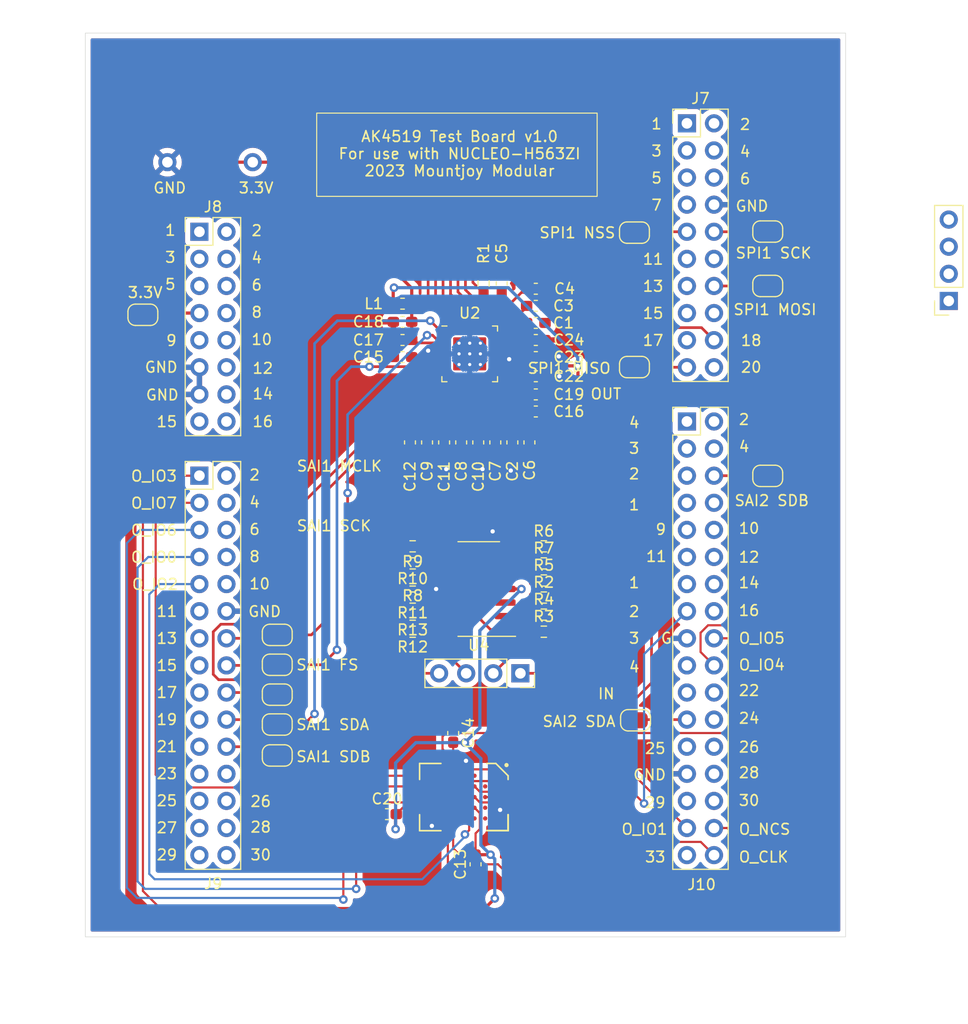
<source format=kicad_pcb>
(kicad_pcb (version 20221018) (generator pcbnew)
  (layers (0 "F.Cu" signal) (31 "B.Cu" signal) (34 "B.Paste" user) (35 "F.Paste" user) (36 "B.SilkS" user "B.Silkscreen") (37 "F.SilkS" user "F.Silkscreen") (38 "B.Mask" user) (39 "F.Mask" user) (44 "Edge.Cuts" user))
  (net 0 "")
  (net 1 "/OUT1")
  (net 2 "Net-(U2-AOUT1L)")
  (net 3 "Net-(U2-IN1N{slash}AIN2L{slash}GND3L)")
  (net 4 "GND")
  (net 5 "/OUT2")
  (net 6 "Net-(U2-AOUT1R)")
  (net 7 "/OUT3")
  (net 8 "Net-(U2-AOUT2L)")
  (net 9 "/OUT4")
  (net 10 "Net-(U2-AOUT2R)")
  (net 11 "Net-(U2-IN1P{slash}AIN1L{slash}AIN3L)")
  (net 12 "/IN1")
  (net 13 "Net-(U2-IN2P{slash}AIN1R{slash}AIN3R)")
  (net 14 "/IN2")
  (net 15 "Net-(U2-IN3P{slash}AIN4L{slash}AIN6L)")
  (net 16 "/IN3")
  (net 17 "Net-(U2-IN4P{slash}AIN4R{slash}AIN6R)")
  (net 18 "/IN4")
  (net 19 "Net-(U2-IN2N{slash}AIN2R{slash}GND3R)")
  (net 20 "Net-(U2-IN3N{slash}AIN5L{slash}GND6L)")
  (net 21 "Net-(U2-IN4N{slash}AIN5R{slash}GND6R)")
  (net 22 "Net-(U2-AVDRV)")
  (net 23 "Net-(U2-VCOM)")
  (net 24 "+3.3VA")
  (net 25 "/PDN")
  (net 26 "/SPI1_MOSI")
  (net 27 "/SPI1_NSS")
  (net 28 "/SPI1_SCK")
  (net 29 "/SPI1_MISO")
  (net 30 "/SAI2_SD_B")
  (net 31 "/SAI2_SD_A")
  (net 32 "/SAI1_SD_B")
  (net 33 "/SAI1_SD_A")
  (net 34 "/SAI1_SCK_A")
  (net 35 "/SAI1_FS_A")
  (net 36 "/SAI1_MCLK_A")
  (net 44 "Net-(J7-Pin_9)")
  (net 45 "Net-(J7-Pin_10)")
  (net 49 "Net-(J7-Pin_14)")
  (net 53 "Net-(J7-Pin_19)")
  (net 75 "Net-(J9-Pin_14)")
  (net 77 "Net-(J9-Pin_16)")
  (net 79 "Net-(J9-Pin_18)")
  (net 81 "Net-(J9-Pin_20)")
  (net 83 "Net-(J9-Pin_22)")
  (net 97 "Net-(J10-Pin_6)")
  (net 110 "Net-(J10-Pin_23)")
  (net 118 "/3VIN")
  (net 119 "+3.3V")
  (net 120 "/OCTOSPI_IO3")
  (net 121 "/OCTOSPI_IO7")
  (net 122 "/OCTOSPI_IO6")
  (net 123 "/OCTOSPI_IO0")
  (net 124 "/OCTOSPI_IO2")
  (net 125 "/OCTOSPI_DQS")
  (net 126 "/OCTOSPI_IO5")
  (net 127 "/OCTOSPI_IO4")
  (net 128 "/OCTOSPI_IO1")
  (net 129 "/OCTOSPI_NCS")
  (net 130 "/OCTOSPI_CLK")
  (net 137 "/Audio_In1")
  (net 139 "/Audio_In2")
  (net 140 "/Audio_In3")
  (net 141 "/Audio_In4")
  (net 142 "Net-(U4A--)")
  (net 143 "/-12V")
  (net 144 "Net-(U4B--)")
  (net 145 "Net-(U4C--)")
  (net 146 "Net-(U4D--)")
  (footprint "Jumper:SolderJumper-2_P1.3mm_Bridged_RoundedPad1.0x1.5mm" (layer "F.Cu") (at 180.5 45.8)
    (fp_text reference "JP2" hide)
    (fp_text value "Jumper_NC_Small")
  )
  (footprint "Resistor_SMD:R_0603_1608Metric_Pad0.98x0.95mm_HandSolder" (layer "F.Cu") (at 159.7 80 180)
    (fp_text reference "R11")
    (fp_text value "100k")
  )
  (footprint "Capacitor_SMD:C_0603_1608Metric_Pad1.08x0.95mm_HandSolder" (layer "F.Cu") (at 171.25 54.2625 180)
    (fp_text reference "C1")
    (fp_text value "1uF")
  )
  (footprint "Jumper:SolderJumper-2_P1.3mm_Bridged_RoundedPad1.0x1.5mm" (layer "F.Cu") (at 147 94.8)
    (fp_text reference "JP7" hide)
    (fp_text value "Jumper_NC_Small")
  )
  (footprint "Jumper:SolderJumper-2_P1.3mm_Bridged_RoundedPad1.0x1.5mm" (layer "F.Cu") (at 193 50.8)
    (fp_text reference "JP1" hide)
    (fp_text value "Jumper_NC_Small")
  )
  (footprint "Connector_PinHeader_2.54mm:PinHeader_2x10_P2.54mm_Vertical" (layer "F.Cu") (at 185.42 35.56)
    (fp_text reference "J7")
    (fp_text value "Conn_02x10_Odd_Even")
  )
  (footprint "Capacitor_SMD:C_0603_1608Metric_Pad1.08x0.95mm_HandSolder" (layer "F.Cu") (at 171.25 60.9625 180)
    (fp_text reference "C19")
    (fp_text value "10uF")
  )
  (footprint "Resistor_SMD:R_0603_1608Metric_Pad0.98x0.95mm_HandSolder" (layer "F.Cu") (at 166.35 50.5625 90)
    (fp_text reference "R1")
    (fp_text value "10k")
  )
  (footprint "Custom_Footprints:1mm_Test_Point" (layer "F.Cu") (at 136.7 39.2)
    (fp_text reference "TP1" hide)
    (fp_text value "TestPoint")
  )
  (footprint "Capacitor_SMD:C_0603_1608Metric_Pad1.08x0.95mm_HandSolder" (layer "F.Cu") (at 171.25 57.4625 180)
    (fp_text reference "C23")
    (fp_text value "10uF")
  )
  (footprint "Resistor_SMD:R_0603_1608Metric_Pad0.98x0.95mm_HandSolder" (layer "F.Cu") (at 172 81.6)
    (fp_text reference "R4")
    (fp_text value "14k")
  )
  (footprint "Capacitor_SMD:C_0603_1608Metric_Pad1.08x0.95mm_HandSolder" (layer "F.Cu") (at 158.75 55.8625)
    (fp_text reference "C17")
    (fp_text value "100nF")
  )
  (footprint "Capacitor_SMD:C_0603_1608Metric_Pad1.08x0.95mm_HandSolder" (layer "F.Cu") (at 164.25 65.4625 -90)
    (fp_text reference "C8")
    (fp_text value "1uF")
  )
  (footprint "Resistor_SMD:R_0603_1608Metric_Pad0.98x0.95mm_HandSolder" (layer "F.Cu") (at 172 76.8)
    (fp_text reference "R7")
    (fp_text value "14k")
  )
  (footprint "Capacitor_SMD:C_0603_1608Metric_Pad1.08x0.95mm_HandSolder" (layer "F.Cu") (at 165.6 105 90)
    (fp_text reference "C13")
    (fp_text value "100nF")
  )
  (footprint "Capacitor_SMD:C_0603_1608Metric_Pad1.08x0.95mm_HandSolder" (layer "F.Cu") (at 157.3 100.3)
    (fp_text reference "C20")
    (fp_text value "100nF")
  )
  (footprint "Resistor_SMD:R_0603_1608Metric_Pad0.98x0.95mm_HandSolder" (layer "F.Cu") (at 159.7 76.8 180)
    (fp_text reference "R10")
    (fp_text value "14k")
  )
  (footprint "Jumper:SolderJumper-2_P1.3mm_Bridged_RoundedPad1.0x1.5mm" (layer "F.Cu") (at 193 68.6)
    (fp_text reference "JP5" hide)
    (fp_text value "Jumper_NC_Small")
  )
  (footprint "Jumper:SolderJumper-2_P1.3mm_Bridged_RoundedPad1.0x1.5mm" (layer "F.Cu") (at 180.5 58.4)
    (fp_text reference "JP4" hide)
    (fp_text value "Jumper_NC_Small")
  )
  (footprint "Resistor_SMD:R_0603_1608Metric_Pad0.98x0.95mm_HandSolder" (layer "F.Cu") (at 159.7 83.2 180)
    (fp_text reference "R12")
    (fp_text value "68k")
  )
  (footprint "Capacitor_SMD:C_0603_1608Metric_Pad1.08x0.95mm_HandSolder" (layer "F.Cu") (at 171.25 55.8625 180)
    (fp_text reference "C24")
    (fp_text value "100nF")
  )
  (footprint "Capacitor_SMD:C_0603_1608Metric_Pad1.08x0.95mm_HandSolder" (layer "F.Cu") (at 161.05 65.4625 -90)
    (fp_text reference "C9")
    (fp_text value "1uF")
  )
  (footprint "Capacitor_SMD:C_0603_1608Metric_Pad1.08x0.95mm_HandSolder" (layer "F.Cu") (at 171.25 51.0625 180)
    (fp_text reference "C4")
    (fp_text value "1uF")
  )
  (footprint "Resistor_SMD:R_0603_1608Metric_Pad0.98x0.95mm_HandSolder" (layer "F.Cu") (at 159.7 78.4 180)
    (fp_text reference "R8")
    (fp_text value "100k")
  )
  (footprint "Capacitor_SMD:C_0603_1608Metric_Pad1.08x0.95mm_HandSolder" (layer "F.Cu") (at 171.25 52.6625 180)
    (fp_text reference "C3")
    (fp_text value "1uF")
  )
  (footprint "Capacitor_SMD:C_0603_1608Metric_Pad1.08x0.95mm_HandSolder" (layer "F.Cu") (at 162.65 65.4625 -90)
    (fp_text reference "C11")
    (fp_text value "1uF")
  )
  (footprint "Capacitor_SMD:C_0603_1608Metric_Pad1.08x0.95mm_HandSolder" (layer "F.Cu") (at 169.05 65.4625 -90)
    (fp_text reference "C2")
    (fp_text value "1uF")
  )
  (footprint "Resistor_SMD:R_0603_1608Metric_Pad0.98x0.95mm_HandSolder" (layer "F.Cu") (at 159.7 81.6 180)
    (fp_text reference "R13")
    (fp_text value "14k")
  )
  (footprint "Custom_Footprints:QFN-32-1EP_5x5mm_P0.5mm_EP3.1x3.1mm_ThermalVias" (layer "F.Cu") (at 165.05 57.1625)
    (fp_text reference "U2")
    (fp_text value "AK4619VN")
  )
  (footprint "Capacitor_SMD:C_0603_1608Metric_Pad1.08x0.95mm_HandSolder" (layer "F.Cu") (at 165.85 65.4625 -90)
    (fp_text reference "C10")
    (fp_text value "1uF")
  )
  (footprint "Custom_Footprints:BGA-24_5x5_6.0x8.0mm" (layer "F.Cu") (at 164.5 98.7 -90)
    (fp_text reference "U1")
    (fp_text value "Hyperram_BGA")
  )
  (footprint "Inductor_SMD:L_0603_1608Metric_Pad1.05x0.95mm_HandSolder" (layer "F.Cu") (at 158.75 52.4625 180)
    (fp_text reference "L1")
    (fp_text value "L_Small")
  )
  (footprint "Jumper:SolderJumper-2_P1.3mm_Bridged_RoundedPad1.0x1.5mm" (layer "F.Cu") (at 147 83.5)
    (fp_text reference "JP11" hide)
    (fp_text value "Jumper_NC_Small")
  )
  (footprint "Jumper:SolderJumper-2_P1.3mm_Bridged_RoundedPad1.0x1.5mm" (layer "F.Cu") (at 134.4 53.5)
    (fp_text reference "JP12" hide)
    (fp_text value "Jumper_NC_Small")
  )
  (footprint "Capacitor_SMD:C_0603_1608Metric_Pad1.08x0.95mm_HandSolder" (layer "F.Cu") (at 159.45 65.4625 -90)
    (fp_text reference "C12")
    (fp_text value "1uF")
  )
  (footprint "Connector_PinHeader_2.54mm:PinHeader_2x15_P2.54mm_Vertical" (layer "F.Cu") (at 139.7 68.58)
    (fp_text reference "J9")
    (fp_text value "Conn_02x15_Odd_Even")
  )
  (footprint "Jumper:SolderJumper-2_P1.3mm_Bridged_RoundedPad1.0x1.5mm" (layer "F.Cu") (at 147 91.9)
    (fp_text reference "JP8" hide)
    (fp_text value "Jumper_NC_Small")
  )
  (footprint "Custom_Footprints:1mm_Test_Point" (layer "F.Cu") (at 144.7 39.2)
    (fp_text reference "TP2" hide)
    (fp_text value "TestPoint")
  )
  (footprint "Jumper:SolderJumper-2_P1.3mm_Bridged_RoundedPad1.0x1.5mm" (layer "F.Cu") (at 147 89.1)
    (fp_text reference "JP9" hide)
    (fp_text value "Jumper_NC_Small")
  )
  (footprint "Jumper:SolderJumper-2_P1.3mm_Bridged_RoundedPad1.0x1.5mm" (layer "F.Cu") (at 147 86.3)
    (fp_text reference "JP10" hide)
    (fp_text value "Jumper_NC_Small")
  )
  (footprint "Resistor_SMD:R_0603_1608Metric_Pad0.98x0.95mm_HandSolder" (layer "F.Cu") (at 172 75.2)
    (fp_text reference "R6")
    (fp_text value "68k")
  )
  (footprint "Package_SO:SO-14_3.9x8.65mm_P1.27mm" (layer "F.Cu") (at 165.9 79.2 180)
    (fp_text reference "U4")
    (fp_text value "MCP6004")
  )
  (footprint "Resistor_SMD:R_0603_1608Metric_Pad0.98x0.95mm_HandSolder" (layer "F.Cu") (at 172 83.2)
    (fp_text reference "R3")
    (fp_text value "68k")
  )
  (footprint "Capacitor_SMD:C_0603_1608Metric_Pad1.08x0.95mm_HandSolder" (layer "F.Cu") (at 168.05 50.5625 -90)
    (fp_text reference "C5")
    (fp_text value "1uF")
  )
  (footprint "Connector_PinSocket_2.54mm:PinSocket_1x04_P2.54mm_Vertical" (layer "F.Cu") (at 169.8 87.1 -90)
    (fp_text reference "J2" hide)
    (fp_text value "In")
  )
  (footprint "Jumper:SolderJumper-2_P1.3mm_Bridged_RoundedPad1.0x1.5mm" (layer "F.Cu") (at 193 45.7)
    (fp_text reference "JP3" hide)
    (fp_text value "Jumper_NC_Small")
  )
  (footprint "Resistor_SMD:R_0603_1608Metric_Pad0.98x0.95mm_HandSolder" (layer "F.Cu") (at 172 78.4)
    (fp_text reference "R5")
    (fp_text value "100k")
  )
  (footprint "Resistor_SMD:R_0603_1608Metric_Pad0.98x0.95mm_HandSolder" (layer "F.Cu") (at 159.7 75.2 180)
    (fp_text reference "R9")
    (fp_text value "68k")
  )
  (footprint "Capacitor_SMD:C_0603_1608Metric_Pad1.08x0.95mm_HandSolder" (layer "F.Cu") (at 158.75 54.1625)
    (fp_text reference "C18")
    (fp_text value "10uF")
  )
  (footprint "Resistor_SMD:R_0603_1608Metric_Pad0.98x0.95mm_HandSolder" (layer "F.Cu") (at 172 80)
    (fp_text reference "R2")
    (fp_text value "100k")
  )
  (footprint "Capacitor_SMD:C_0603_1608Metric_Pad1.08x0.95mm_HandSolder" (layer "F.Cu") (at 163.5 92.7 -90)
    (fp_text reference "C14")
    (fp_text value "100nF")
  )
  (footprint "Capacitor_SMD:C_0603_1608Metric_Pad1.08x0.95mm_HandSolder" (layer "F.Cu") (at 158.75 57.4625 180)
    (fp_text reference "C15")
    (fp_text value "2.2uF")
  )
  (footprint "Capacitor_SMD:C_0603_1608Metric_Pad1.08x0.95mm_HandSolder" (layer "F.Cu") (at 171.25 59.2625 180)
    (fp_text reference "C22")
    (fp_text value "100nF")
  )
  (footprint "Connector_PinHeader_2.54mm:PinHeader_2x17_P2.54mm_Vertical" (layer "F.Cu") (at 185.42 63.5)
    (fp_text reference "J10")
    (fp_text value "Conn_02x17_Odd_Even")
  )
  (footprint "Jumper:SolderJumper-2_P1.3mm_Bridged_RoundedPad1.0x1.5mm" (layer "F.Cu") (at 180.6 91.5)
    (fp_text reference "JP6" hide)
    (fp_text value "Jumper_NC_Small")
  )
  (footprint "Connector_PinHeader_2.54mm:PinHeader_2x08_P2.54mm_Vertical" (layer "F.Cu") (at 139.7 45.72)
    (fp_text reference "J8")
    (fp_text value "Conn_02x08_Odd_Even")
  )
  (footprint "Capacitor_SMD:C_0603_1608Metric_Pad1.08x0.95mm_HandSolder" (layer "F.Cu") (at 167.45 65.4625 -90)
    (fp_text reference "C7")
    (fp_text value "1uF")
  )
  (footprint "Connector_PinSocket_2.54mm:PinSocket_1x04_P2.54mm_Vertical" (layer "F.Cu") (at 209.975 52.2 180)
    (fp_text reference "J1" hide)
    (fp_text value "Out")
  )
  (footprint "Capacitor_SMD:C_0603_1608Metric_Pad1.08x0.95mm_HandSolder" (layer "F.Cu") (at 171.25 62.5625)
    (fp_text reference "C16")
    (fp_text value "2.2uF")
  )
  (footprint "Capacitor_SMD:C_0603_1608Metric_Pad1.08x0.95mm_HandSolder" (layer "F.Cu") (at 170.65 65.4625 -90)
    (fp_text reference "C6")
    (fp_text value "1uF")
  )
  (gr_rect (start 150.7 34.6) (end 177 42.4) (stroke (width 0.1)) (fill none) (layer "F.SilkS"))
  (gr_rect (start 129 27.1) (end 200.3 111.8) (stroke (width 0.05)) (fill none) (layer "Edge.Cuts"))
  (gr_text "5" (at 182 41.271428) (layer "F.SilkS") (effects (font (size 1 1)) (justify left bottom)))
  (gr_text "23" (at 135.6 97.092854) (layer "F.SilkS") (effects (font (size 1 1)) (justify left bottom)))
  (gr_text "3" (at 182 38.735714) (layer "F.SilkS") (effects (font (size 1 1)) (justify left bottom)))
  (gr_text "4" (at 144.3 71.65) (layer "F.SilkS") (effects (font (size 1 1)) (justify left bottom)))
  (gr_text "2" (at 179.9 69) (layer "F.SilkS") (effects (font (size 1 1)) (justify left bottom)))
  (gr_text "3.3V" (at 143.3 42.2) (layer "F.SilkS") (effects (font (size 1 1)) (justify left bottom)))
  (gr_text "IN" (at 177 89.6) (layer "F.SilkS") (effects (font (size 1 1)) (justify left bottom)))
  (gr_text "SAI1 SDA" (at 148.7 92.5) (layer "F.SilkS") (effects (font (size 1 1)) (justify left bottom)))
  (gr_text "3.3V" (at 132.9 52) (layer "F.SilkS") (effects (font (size 1 1)) (justify left bottom)))
  (gr_text "11" (at 135.6 81.87857) (layer "F.SilkS") (effects (font (size 1 1)) (justify left bottom)))
  (gr_text "17" (at 181.2 56.485712) (layer "F.SilkS") (effects (font (size 1 1)) (justify left bottom)))
  (gr_text "25" (at 181.4 94.728568) (layer "F.SilkS") (effects (font (size 1 1)) (justify left bottom)))
  (gr_text "GND" (at 180.3 97.2) (layer "F.SilkS") (effects (font (size 1 1)) (justify left bottom)))
  (gr_text "22" (at 190.2 89.3) (layer "F.SilkS") (effects (font (size 1 1)) (justify left bottom)))
  (gr_text "3" (at 179.9 84.4) (layer "F.SilkS") (effects (font (size 1 1)) (justify left bottom)))
  (gr_text "O_IO4" (at 190.2 86.9) (layer "F.SilkS") (effects (font (size 1 1)) (justify left bottom)))
  (gr_text "15" (at 181.2 53.949998) (layer "F.SilkS") (effects (font (size 1 1)) (justify left bottom)))
  (gr_text "12" (at 144.6 59.1) (layer "F.SilkS") (effects (font (size 1 1)) (justify left bottom)))
  (gr_text "GND" (at 134.5 59) (layer "F.SilkS") (effects (font (size 1 1)) (justify left bottom)))
  (gr_text "24" (at 190.2 91.9) (layer "F.SilkS") (effects (font (size 1 1)) (justify left bottom)))
  (gr_text "G" (at 182.9 84.4) (layer "F.SilkS") (effects (font (size 1 1)) (justify left bottom)))
  (gr_text "4" (at 144.5 48.75) (layer "F.SilkS") (effects (font (size 1 1)) (justify left bottom)))
  (gr_text "19" (at 135.6 92.021426) (layer "F.SilkS") (effects (font (size 1 1)) (justify left bottom)))
  (gr_text "SPI1 NSS" (at 171.5 46.4) (layer "F.SilkS") (effects (font (size 1 1)) (justify left bottom)))
  (gr_text "1" (at 136.4 46.164286) (layer "F.SilkS") (effects (font (size 1 1)) (justify left bottom)))
  (gr_text "SPI1 SCK" (at 189.9 48.3) (layer "F.SilkS") (effects (font (size 1 1)) (justify left bottom)))
  (gr_text "O_IO0" (at 133.2 76.807142) (layer "F.SilkS") (effects (font (size 1 1)) (justify left bottom)))
  (gr_text "GND" (at 144.2 81.9) (layer "F.SilkS") (effects (font (size 1 1)) (justify left bottom)))
  (gr_text "11" (at 181.2 48.87857) (layer "F.SilkS") (effects (font (size 1 1)) (justify left bottom)))
  (gr_text "21" (at 135.6 94.55714) (layer "F.SilkS") (effects (font (size 1 1)) (justify left bottom)))
  (gr_text "25" (at 135.6 99.628568) (layer "F.SilkS") (effects (font (size 1 1)) (justify left bottom)))
  (gr_text "SAI1 MCLK" (at 148.75 68.2625) (layer "F.SilkS") (effects (font (size 1 1)) (justify left bottom)))
  (gr_text "SPI1 MOSI" (at 189.7 53.6) (layer "F.SilkS") (effects (font (size 1 1)) (justify left bottom)))
  (gr_text "SAI2 SDB" (at 189.8 71.5) (layer "F.SilkS") (effects (font (size 1 1)) (justify left bottom)))
  (gr_text "7" (at 182 43.807142) (layer "F.SilkS") (effects (font (size 1 1)) (justify left bottom)))
  (gr_text "9" (at 182.4 74.2) (layer "F.SilkS") (effects (font (size 1 1)) (justify left bottom)))
  (gr_text "4" (at 179.9 87.1) (layer "F.SilkS") (effects (font (size 1 1)) (justify left bottom)))
  (gr_text "30" (at 144.4 104.7) (layer "F.SilkS") (effects (font (size 1 1)) (justify left bottom)))
  (gr_text "6" (at 144.3 74.2) (layer "F.SilkS") (effects (font (size 1 1)) (justify left bottom)))
  (gr_text "33" (at 181.4 104.9) (layer "F.SilkS") (effects (font (size 1 1)) (justify left bottom)))
  (gr_text "3" (at 136.4 48.7) (layer "F.SilkS") (effects (font (size 1 1)) (justify left bottom)))
  (gr_text "O_IO7" (at 133.2 71.735714) (layer "F.SilkS") (effects (font (size 1 1)) (justify left bottom)))
  (gr_text "O_IO3" (at 133.2 69.2) (layer "F.SilkS") (effects (font (size 1 1)) (justify left bottom)))
  (gr_text "2" (at 179.9 81.9) (layer "F.SilkS") (effects (font (size 1 1)) (justify left bottom)))
  (gr_text "1" (at 182 36.2) (layer "F.SilkS") (effects (font (size 1 1)) (justify left bottom)))
  (gr_text "SPI1 MISO" (at 170.4 59.1) (layer "F.SilkS") (effects (font (size 1 1)) (justify left bottom)))
  (gr_text "26" (at 144.4 99.7) (layer "F.SilkS") (effects (font (size 1 1)) (justify left bottom)))
  (gr_text "10" (at 190.2 74.1) (layer "F.SilkS") (effects (font (size 1 1)) (justify left bottom)))
  (gr_text "1" (at 179.9 71.9) (layer "F.SilkS") (effects (font (size 1 1)) (justify left bottom)))
  (gr_text "4" (at 190.3 38.8) (layer "F.SilkS") (effects (font (size 1 1)) (justify left bottom)))
  (gr_text "13" (at 181.2 51.414284) (layer "F.SilkS") (effects (font (size 1 1)) (justify left bottom)))
  (gr_text "O_CLK" (at 190.2 104.9) (layer "F.SilkS") (effects (font (size 1 1)) (justify left bottom)))
  (gr_text "4" (at 190.2 66.45) (layer "F.SilkS") (effects (font (size 1 1)) (justify left bottom)))
  (gr_text "2" (at 190.2 63.9) (layer "F.SilkS") (effects (font (size 1 1)) (justify left bottom)))
  (gr_text "13" (at 135.6 84.414284) (layer "F.SilkS") (effects (font (size 1 1)) (justify left bottom)))
  (gr_text "16" (at 190.2 81.8) (layer "F.SilkS") (effects (font (size 1 1)) (justify left bottom)))
  (gr_text "30" (at 190.2 99.6) (layer "F.SilkS") (effects (font (size 1 1)) (justify left bottom)))
  (gr_text "10" (at 144.5 56.4) (layer "F.SilkS") (effects (font (size 1 1)) (justify left bottom)))
  (gr_text "GND" (at 189.9 43.9) (layer "F.SilkS") (effects (font (size 1 1)) (justify left bottom)))
  (gr_text "15" (at 135.6 64.107142) (layer "F.SilkS") (effects (font (size 1 1)) (justify left bottom)))
  (gr_text "28" (at 144.4 102.1) (layer "F.SilkS") (effects (font (size 1 1)) (justify left bottom)))
  (gr_text "14" (at 190.2 79.2) (layer "F.SilkS") (effects (font (size 1 1)) (justify left bottom)))
  (gr_text "O_NCS" (at 190.2 102.3) (layer "F.SilkS") (effects (font (size 1 1)) (justify left bottom)))
  (gr_text "11" (at 181.5 76.735714) (layer "F.SilkS") (effects (font (size 1 1)) (justify left bottom)))
  (gr_text "12" (at 190.2 76.8) (layer "F.SilkS") (effects (font (size 1 1)) (justify left bottom)))
  (gr_text "29" (at 135.6 104.7) (layer "F.SilkS") (effects (font (size 1 1)) (justify left bottom)))
  (gr_text "29" (at 181.4 99.8) (layer "F.SilkS") (effects (font (size 1 1)) (justify left bottom)))
  (gr_text "17" (at 135.6 89.485712) (layer "F.SilkS") (effects (font (size 1 1)) (justify left bottom)))
  (gr_text "15" (at 135.6 86.949998) (layer "F.SilkS") (effects (font (size 1 1)) (justify left bottom)))
  (gr_text "18" (at 190.4 56.5) (layer "F.SilkS") (effects (font (size 1 1)) (justify left bottom)))
  (gr_text "2" (at 190.3 36.25) (layer "F.SilkS") (effects (font (size 1 1)) (justify left bottom)))
  (gr_text "SAI1 FS" (at 148.7 86.9) (layer "F.SilkS") (effects (font (size 1 1)) (justify left bottom)))
  (gr_text "AK4519 Test Board v1.0\nFor use with NUCLEO-H563ZI\n2023 Mountjoy Modular" (at 164.1 40.6) (layer "F.SilkS") (effects (font (size 1 1)) (justify bottom)))
  (gr_text "8" (at 144.5 53.85) (layer "F.SilkS") (effects (font (size 1 1)) (justify left bottom)))
  (gr_text "28" (at 190.2 97) (layer "F.SilkS") (effects (font (size 1 1)) (justify left bottom)))
  (gr_text "SAI1 SCK" (at 148.75 73.8625) (layer "F.SilkS") (effects (font (size 1 1)) (justify left bottom)))
  (gr_text "6" (at 190.3 41.35) (layer "F.SilkS") (effects (font (size 1 1)) (justify left bottom)))
  (gr_text "2" (at 144.3 69.1) (layer "F.SilkS") (effects (font (size 1 1)) (justify left bottom)))
  (gr_text "27" (at 135.6 102.164282) (layer "F.SilkS") (effects (font (size 1 1)) (justify left bottom)))
  (gr_text "O_IO6" (at 133.2 74.271428) (layer "F.SilkS") (effects (font (size 1 1)) (justify left bottom)))
  (gr_text "10" (at 144.3 79.3) (layer "F.SilkS") (effects (font (size 1 1)) (justify left bottom)))
  (gr_text "9" (at 136.5 56.5) (layer "F.SilkS") (effects (font (size 1 1)) (justify left bottom)))
  (gr_text "1" (at 179.9 79.2) (layer "F.SilkS") (effects (font (size 1 1)) (justify left bottom)))
  (gr_text "SAI2 SDA" (at 171.8 92.2) (layer "F.SilkS") (effects (font (size 1 1)) (justify left bottom)))
  (gr_text "5" (at 136.4 51.235714) (layer "F.SilkS") (effects (font (size 1 1)) (justify left bottom)))
  (gr_text "16" (at 144.6 64.1) (layer "F.SilkS") (effects (font (size 1 1)) (justify left bottom)))
  (gr_text "GND" (at 134.6 61.6) (layer "F.SilkS") (effects (font (size 1 1)) (justify left bottom)))
  (gr_text "20" (at 190.4 59) (layer "F.SilkS") (effects (font (size 1 1)) (justify left bottom)))
  (gr_text "4" (at 179.9 64.2) (layer "F.SilkS") (effects (font (size 1 1)) (justify left bottom)))
  (gr_text "14" (at 144.6 61.5) (layer "F.SilkS") (effects (font (size 1 1)) (justify left bottom)))
  (gr_text "GND" (at 135.3 42.2) (layer "F.SilkS") (effects (font (size 1 1)) (justify left bottom)))
  (gr_text "SAI1 SDB" (at 148.7 95.5) (layer "F.SilkS") (effects (font (size 1 1)) (justify left bottom)))
  (gr_text "8" (at 144.3 76.75) (layer "F.SilkS") (effects (font (size 1 1)) (justify left bottom)))
  (gr_text "O_IO1" (at 179.2 102.3) (layer "F.SilkS") (effects (font (size 1 1)) (justify left bottom)))
  (gr_text "26" (at 190.2 94.6) (layer "F.SilkS") (effects (font (size 1 1)) (justify left bottom)))
  (gr_text "3" (at 179.9 66.6) (layer "F.SilkS") (effects (font (size 1 1)) (justify left bottom)))
  (gr_text "2" (at 144.5 46.2) (layer "F.SilkS") (effects (font (size 1 1)) (justify left bottom)))
  (gr_text "O_IO2" (at 133.3 79.342856) (layer "F.SilkS") (effects (font (size 1 1)) (justify left bottom)))
  (gr_text "O_IO5" (at 190.2 84.4) (layer "F.SilkS") (effects (font (size 1 1)) (justify left bottom)))
  (gr_text "OUT" (at 176.3 61.5) (layer "F.SilkS") (effects (font (size 1 1)) (justify left bottom)))
  (gr_text "6" (at 144.5 51.3) (layer "F.SilkS") (effects (font (size 1 1)) (justify left bottom)))
  (segment (start 167.4875 56.4125) (end 168.4 56.4125) (width 0.25) (layer "F.Cu") (net 2))
  (segment (start 168.4 56.4125) (end 170.3875 54.425) (width 0.25) (layer "F.Cu") (net 2))
  (segment (start 170.3875 54.425) (end 170.3875 54.3625) (width 0.25) (layer "F.Cu") (net 2))
  (segment (start 166.3 61.85) (end 169.05 64.6) (width 0.25) (layer "F.Cu") (net 3))
  (segment (start 166.3 59.6) (end 166.3 61.85) (width 0.25) (layer "F.Cu") (net 3))
  (segment (start 167.4875 57.4125) (end 168.5 57.4125) (width 0.25) (layer "F.Cu") (net 4))
  (segment (start 167.4875 57.9125) (end 168.5 57.9125) (width 0.25) (layer "F.Cu") (net 4))
  (segment (start 168.375 80.47) (end 167.37 80.47) (width 0.25) (layer "F.Cu") (net 4))
  (segment (start 168.345 77.9) (end 168.375 77.93) (width 0.25) (layer "F.Cu") (net 4))
  (segment (start 168.5 57.4125) (end 168.75 57.6625) (width 0.25) (layer "F.Cu") (net 4))
  (segment (start 166 99.2) (end 167.2 99.2) (width 0.2) (layer "F.Cu") (net 4))
  (segment (start 164.5 96.7) (end 164.5 95.5) (width 0.25) (layer "F.Cu") (net 4))
  (segment (start 161.2 56.9125) (end 161.15 56.8625) (width 0.25) (layer "F.Cu") (net 4))
  (segment (start 168.5 57.9125) (end 168.75 57.6625) (width 0.25) (layer "F.Cu") (net 4))
  (segment (start 172.1125 59.2625) (end 173.45 59.2625) (width 0.25) (layer "F.Cu") (net 4))
  (segment (start 167.37 80.47) (end 166.8 79.9) (width 0.25) (layer "F.Cu") (net 4))
  (segment (start 166.8 74.2) (end 167.2 73.8) (width 0.25) (layer "F.Cu") (net 4))
  (segment (start 162.6125 56.9125) (end 161.2 56.9125) (width 0.25) (layer "F.Cu") (net 4))
  (segment (start 166.8 79.9) (end 166.8 77.9) (width 0.25) (layer "F.Cu") (net 4))
  (segment (start 164.5 95.5) (end 164.7 95.3) (width 0.25) (layer "F.Cu") (net 4))
  (segment (start 166.8 77.9) (end 166.8 74.2) (width 0.25) (layer "F.Cu") (net 4))
  (segment (start 167.2 99.2) (end 167.9 99.9) (width 0.2) (layer "F.Cu") (net 4))
  (segment (start 165.5 98.7) (end 166 99.2) (width 0.2) (layer "F.Cu") (net 4))
  (segment (start 166.8 77.9) (end 168.345 77.9) (width 0.25) (layer "F.Cu") (net 4))
  (via (at 164.7 95.3) (size 0.8) (drill 0.4) (layers "F.Cu" "B.Cu") (net 4))
  (via (at 167.9 99.9) (size 0.8) (drill 0.4) (layers "F.Cu" "B.Cu") (net 4))
  (via (at 161.15 56.8625) (size 0.8) (drill 0.4) (layers "F.Cu" "B.Cu") (net 4))
  (via (at 167.2 73.8) (size 0.8) (drill 0.4) (layers "F.Cu" "B.Cu") (net 4))
  (via (at 162.85 67.9625) (size 0.8) (drill 0.4) (layers "F.Cu" "B.Cu") (net 4))
  (via (at 161.9 79.2) (size 0.8) (drill 0.4) (layers "F.Cu" "B.Cu") (net 4))
  (via (at 173.45 59.2625) (size 0.8) (drill 0.4) (layers "F.Cu" "B.Cu") (net 4))
  (via (at 173.4 57.4) (size 0.8) (drill 0.4) (layers "F.Cu" "B.Cu") (net 4))
  (via (at 161.5 101.4) (size 0.8) (drill 0.4) (layers "F.Cu" "B.Cu") (net 4))
  (via (at 168.9 68.1) (size 0.8) (drill 0.4) (layers "F.Cu" "B.Cu") (net 4))
  (via (at 168.75 57.6625) (size 0.8) (drill 0.4) (layers "F.Cu" "B.Cu") (net 4))
  (via (at 166.25 67.9625) (size 0.8) (drill 0.4) (layers "F.Cu" "B.Cu") (net 4))
  (segment (start 168.4 55.776104) (end 168.4 54.75) (width 0.25) (layer "F.Cu") (net 6))
  (segment (start 168.263604 55.9125) (end 168.4 55.776104) (width 0.25) (layer "F.Cu") (net 6))
  (segment (start 168.4 54.75) (end 170.3875 52.7625) (width 0.25) (layer "F.Cu") (net 6))
  (segment (start 167.4875 55.9125) (end 168.263604 55.9125) (width 0.25) (layer "F.Cu") (net 6))
  (segment (start 167.4875 55.4125) (end 167.4875 53.825) (width 0.25) (layer "F.Cu") (net 8))
  (segment (start 167.4875 53.825) (end 170.15 51.1625) (width 0.25) (layer "F.Cu") (net 8))
  (segment (start 170.15 51.1625) (end 170.3875 51.1625) (width 0.25) (layer "F.Cu") (net 8))
  (segment (start 166.8 52.74375) (end 168.05 51.49375) (width 0.25) (layer "F.Cu") (net 10))
  (segment (start 168.05 51.49375) (end 168.05 51.425) (width 0.25) (layer "F.Cu") (net 10))
  (segment (start 166.8 54.725) (end 166.8 52.74375) (width 0.25) (layer "F.Cu") (net 10))
  (segment (start 166.8 59.6) (end 166.8 60.75) (width 0.25) (layer "F.Cu") (net 11))
  (segment (start 166.8 60.75) (end 170.65 64.6) (width 0.25) (layer "F.Cu") (net 11))
  (segment (start 175.9 76.3) (end 175.9 86.5) (width 0.25) (layer "F.Cu") (net 12))
  (segment (start 172.9125 75.2) (end 174.8 75.2) (width 0.25) (layer "F.Cu") (net 12))
  (segment (start 175.3 87.1) (end 169.8 87.1) (width 0.25) (layer "F.Cu") (net 12))
  (segment (start 174.8 75.2) (end 175.9 76.3) (width 0.25) (layer "F.Cu") (net 12))
  (segment (start 175.9 86.5) (end 175.3 87.1) (width 0.25) (layer "F.Cu") (net 12))
  (segment (start 165.8 62.95) (end 167.45 64.6) (width 0.25) (layer "F.Cu") (net 13))
  (segment (start 165.8 59.6) (end 165.8 62.95) (width 0.25) (layer "F.Cu") (net 13))
  (segment (start 169.36 85) (end 167.26 87.1) (width 0.25) (layer "F.Cu") (net 14))
  (segment (start 171.2 85) (end 169.36 85) (width 0.25) (layer "F.Cu") (net 14))
  (segment (start 172.9125 83.2875) (end 171.2 85) (width 0.25) (layer "F.Cu") (net 14))
  (segment (start 172.9125 83.2) (end 172.9125 83.2875) (width 0.25) (layer "F.Cu") (net 14))
  (segment (start 164.8 59.6) (end 164.8 64.05) (width 0.25) (layer "F.Cu") (net 15))
  (segment (start 164.8 64.05) (end 164.25 64.6) (width 0.25) (layer "F.Cu") (net 15))
  (segment (start 160.5875 85) (end 158.7875 83.2) (width 0.25) (layer "F.Cu") (net 16))
  (segment (start 164.72 87.1) (end 162.62 85) (width 0.25) (layer "F.Cu") (net 16))
  (segment (start 162.62 85) (end 160.5875 85) (width 0.25) (layer "F.Cu") (net 16))
  (segment (start 163.8 61.85) (end 161.05 64.6) (width 0.25) (layer "F.Cu") (net 17))
  (segment (start 163.8 59.6) (end 163.8 61.85) (width 0.25) (layer "F.Cu") (net 17))
  (segment (start 157.2 75.2) (end 156.1 76.3) (width 0.25) (layer "F.Cu") (net 18))
  (segment (start 156.9 87.1) (end 162.18 87.1) (width 0.25) (layer "F.Cu") (net 18))
  (segment (start 158.7875 75.2) (end 157.2 75.2) (width 0.25) (layer "F.Cu") (net 18))
  (segment (start 156.1 86.3) (end 156.9 87.1) (width 0.25) (layer "F.Cu") (net 18))
  (segment (start 156.1 76.3) (end 156.1 86.3) (width 0.25) (layer "F.Cu") (net 18))
  (segment (start 165.3 64.05) (end 165.85 64.6) (width 0.25) (layer "F.Cu") (net 19))
  (segment (start 165.3 59.6) (end 165.3 64.05) (width 0.25) (layer "F.Cu") (net 19))
  (segment (start 164.3 59.6) (end 164.3 62.95) (width 0.25) (layer "F.Cu") (net 20))
  (segment (start 164.3 62.95) (end 162.65 64.6) (width 0.25) (layer "F.Cu") (net 20))
  (segment (start 163.3 59.6) (end 163.3 60.75) (width 0.25) (layer "F.Cu") (net 21))
  (segment (start 163.3 60.75) (end 159.45 64.6) (width 0.25) (layer "F.Cu") (net 21))
  (segment (start 161.752208 57.4125) (end 161.477208 57.6875) (width 0.25) (layer "F.Cu") (net 22))
  (segment (start 162.6125 57.4125) (end 161.752208 57.4125) (width 0.25) (layer "F.Cu") (net 22))
  (segment (start 159.8375 57.6875) (end 159.6125 57.4625) (width 0.25) (layer "F.Cu") (net 22))
  (segment (start 161.477208 57.6875) (end 159.8375 57.6875) (width 0.25) (layer "F.Cu") (net 22))
  (segment (start 167.4875 59.73125) (end 170.11875 62.3625) (width 0.25) (layer "F.Cu") (net 23))
  (segment (start 167.4875 58.9125) (end 167.4875 59.73125) (width 0.25) (layer "F.Cu") (net 23))
  (segment (start 170.11875 62.3625) (end 170.3875 62.3625) (width 0.25) (layer "F.Cu") (net 23))
  (segment (start 170.3875 55.74375) (end 170.3875 57.5625) (width 0.25) (layer "F.Cu") (net 24))
  (segment (start 169.21875 56.9125) (end 170.3875 55.74375) (width 0.25) (layer "F.Cu") (net 24))
  (segment (start 174.8625 60.1375) (end 175.2 59.8) (width 0.3) (layer "F.Cu") (net 24))
  (segment (start 170.3875 57.4625) (end 171.2125 58.2875) (width 0.3) (layer "F.Cu") (net 24))
  (segment (start 157.875 51.0375) (end 157.95 50.9625) (width 0.3) (layer "F.Cu") (net 24))
  (segment (start 157.875 52.4625) (end 157.875 51.0375) (width 0.3) (layer "F.Cu") (net 24))
  (segment (start 170.3875 60.8625) (end 170.3875 59.2625) (width 0.25) (layer "F.Cu") (net 24))
  (segment (start 170.15 59.1625) (end 170.3875 59.1625) (width 0.25) (layer "F.Cu") (net 24))
  (segment (start 167.4875 56.9125) (end 169.21875 56.9125) (width 0.25) (layer "F.Cu") (net 24))
  (segment (start 175.2 59.8) (end 175.2 58.4875) (width 0.3) (layer "F.Cu") (net 24))
  (segment (start 167.4875 58.4125) (end 169.4 58.4125) (width 0.25) (layer "F.Cu") (net 24))
  (segment (start 175.2 58.4875) (end 175 58.2875) (width 0.3) (layer "F.Cu") (net 24))
  (segment (start 169.4 58.4125) (end 170.15 59.1625) (width 0.25) (layer "F.Cu") (net 24))
  (segment (start 170.3875 60.9625) (end 171.2125 60.1375) (width 0.3) (layer "F.Cu") (net 24))
  (segment (start 171.2125 58.2875) (end 175 58.2875) (width 0.3) (layer "F.Cu") (net 24))
  (segment (start 171.2125 60.1375) (end 174.8625 60.1375) (width 0.3) (layer "F.Cu") (net 24))
  (via (at 175.174996 58.287504) (size 0.8) (drill 0.4) (layers "F.Cu" "B.Cu") (net 24))
  (via (at 157.95 50.9625) (size 0.8) (drill 0.4) (layers "F.Cu" "B.Cu") (net 24))
  (segment (start 157.95 50.9625) (end 168.6625 50.9625) (width 0.3) (layer "B.Cu") (net 24))
  (segment (start 168.6625 50.9625) (end 175.174996 57.474996) (width 0.3) (layer "B.Cu") (net 24))
  (segment (start 175.174996 57.474996) (end 175.174996 58.287504) (width 0.3) (layer "B.Cu") (net 24))
  (segment (start 186.785 54.705) (end 187.96 55.88) (width 0.25) (layer "F.Cu") (net 25))
  (segment (start 178.775 46.875) (end 181.7 49.8) (width 0.25) (layer "F.Cu") (net 25))
  (segment (start 184.205 54.705) (end 186.785 54.705) (width 0.25) (layer "F.Cu") (net 25))
  (segment (start 166.425 46.875) (end 178.775 46.875) (width 0.25) (layer "F.Cu") (net 25))
  (segment (start 166.3 51.525) (end 166.35 51.475) (width 0.25) (layer "F.Cu") (net 25))
  (segment (start 181.7 49.8) (end 181.7 52.2) (width 0.25) (layer "F.Cu") (net 25))
  (segment (start 165.35 50.475) (end 165.35 47.95) (width 0.25) (layer "F.Cu") (net 25))
  (segment (start 181.7 52.2) (end 184.205 54.705) (width 0.25) (layer "F.Cu") (net 25))
  (segment (start 166.3 54.725) (end 166.3 51.525) (width 0.25) (layer "F.Cu") (net 25))
  (segment (start 165.35 47.95) (end 166.425 46.875) (width 0.25) (layer "F.Cu") (net 25))
  (segment (start 166.35 51.475) (end 165.35 50.475) (width 0.25) (layer "F.Cu") (net 25))
  (segment (start 163.25 36.55) (end 163.2 36.5) (width 0.25) (layer "F.Cu") (net 26))
  (segment (start 195.7 49.6) (end 194.5 50.8) (width 0.25) (layer "F.Cu") (net 26))
  (segment (start 163.2 36.5) (end 167.4 32.3) (width 0.25) (layer "F.Cu") (net 26))
  (segment (start 195.7 34.4) (end 195.7 49.6) (width 0.25) (layer "F.Cu") (net 26))
  (segment (start 193.6 32.3) (end 195.7 34.4) (width 0.25) (layer "F.Cu") (net 26))
  (segment (start 164.8 53.1125) (end 163.25 51.5625) (width 0.25) (layer "F.Cu") (net 26))
  (segment (start 167.4 32.3) (end 193.6 32.3) (width 0.25) (layer "F.Cu") (net 26))
  (segment (start 194.5 50.8) (end 193.65 50.8) (width 0.25) (layer "F.Cu") (net 26))
  (segment (start 163.25 51.5625) (end 163.25 36.55) (width 0.25) (layer "F.Cu") (net 26))
  (segment (start 164.8 54.725) (end 164.8 53.1125) (width 0.25) (layer "F.Cu") (net 26))
  (segment (start 165.8 54.725) (end 165.8 52.3125) (width 0.25) (layer "F.Cu") (net 27))
  (segment (start 171.85 37.8) (end 179.85 45.8) (width 0.25) (layer "F.Cu") (net 27))
  (segment (start 164.65 37.8) (end 171.85 37.8) (width 0.25) (layer "F.Cu") (net 27))
  (segment (start 165.8 52.3125) (end 164.65 51.1625) (width 0.25) (layer "F.Cu") (net 27))
  (segment (start 164.65 51.1625) (end 164.65 37.8) (width 0.25) (layer "F.Cu") (net 27))
  (segment (start 163.95 51.3625) (end 163.95 37.85) (width 0.25) (layer "F.Cu") (net 28))
  (segment (start 168.4 33.3) (end 193.3 33.3) (width 0.25) (layer "F.Cu") (net 28))
  (segment (start 163.9 37.8) (end 168.4 33.3) (width 0.25) (layer "F.Cu") (net 28))
  (segment (start 194.8 34.8) (end 194.8 45.4) (width 0.25) (layer "F.Cu") (net 28))
  (segment (start 193.3 33.3) (end 194.8 34.8) (width 0.25) (layer "F.Cu") (net 28))
  (segment (start 194.5 45.7) (end 193.65 45.7) (width 0.25) (layer "F.Cu") (net 28))
  (segment (start 165.3 52.7125) (end 163.95 51.3625) (width 0.25) (layer "F.Cu") (net 28))
  (segment (start 163.95 37.85) (end 163.9 37.8) (width 0.25) (layer "F.Cu") (net 28))
  (segment (start 194.8 45.4) (end 194.5 45.7) (width 0.25) (layer "F.Cu") (net 28))
  (segment (start 165.3 54.725) (end 165.3 52.7125) (width 0.25) (layer "F.Cu") (net 28))
  (segment (start 179.85 59.95) (end 179.85 58.4) (width 0.25) (layer "F.Cu") (net 29))
  (segment (start 162.5 35.3) (end 166.3 31.5) (width 0.25) (layer "F.Cu") (net 29))
  (segment (start 196.5 59) (end 194.5 61) (width 0.25) (layer "F.Cu") (net 29))
  (segment (start 164.3 53.5125) (end 162.55 51.7625) (width 0.25) (layer "F.Cu") (net 29))
  (segment (start 166.3 31.5) (end 194.2 31.5) (width 0.25) (layer "F.Cu") (net 29))
  (segment (start 194.5 61) (end 180.9 61) (width 0.25) (layer "F.Cu") (net 29))
  (segment (start 196.5 33.8) (end 196.5 59) (width 0.25) (layer "F.Cu") (net 29))
  (segment (start 162.55 51.7625) (end 162.55 35.35) (width 0.25) (layer "F.Cu") (net 29))
  (segment (start 180.9 61) (end 179.85 59.95) (width 0.25) (layer "F.Cu") (net 29))
  (segment (start 194.2 31.5) (end 196.5 33.8) (width 0.25) (layer "F.Cu") (net 29))
  (segment (start 162.55 35.35) (end 162.5 35.3) (width 0.25) (layer "F.Cu") (net 29))
  (segment (start 164.3 54.725) (end 164.3 53.5125) (width 0.25) (layer "F.Cu") (net 29))
  (segment (start 198.175 67.625) (end 198.175 32.775) (width 0.25) (layer "F.Cu") (net 30))
  (segment (start 164.7 30) (end 161.1 33.6) (width 0.25) (layer "F.Cu") (net 30))
  (segment (start 161.15 33.65) (end 161.1 33.6) (width 0.25) (layer "F.Cu") (net 30))
  (segment (start 197.2 68.6) (end 198.175 67.625) (width 0.25) (layer "F.Cu") (net 30))
  (segment (start 161.15 52.1625) (end 163.3 54.3125) (width 0.25) (layer "F.Cu") (net 30))
  (segment (start 195.4 30) (end 164.7 30) (width 0.25) (layer "F.Cu") (net 30))
  (segment (start 198.175 32.775) (end 195.4 30) (width 0.25) (layer "F.Cu") (net 30))
  (segment (start 163.3 54.3125) (end 163.3 54.725) (width 0.25) (layer "F.Cu") (net 30))
  (segment (start 161.15 33.65) (end 161.15 52.1625) (width 0.25) (layer "F.Cu") (net 30))
  (segment (start 193.65 68.6) (end 197.2 68.6) (width 0.25) (layer "F.Cu") (net 30))
  (segment (start 163.8 54.725) (end 163.75 54.675) (width 0.25) (layer "F.Cu") (net 31))
  (segment (start 165.45 30.75) (end 194.95 30.75) (width 0.25) (layer "F.Cu") (net 31))
  (segment (start 161.85 51.9625) (end 161.85 34.45) (width 0.25) (layer "F.Cu") (net 31))
  (segment (start 197.3 59.5) (end 194.9 61.9) (width 0.25) (layer "F.Cu") (net 31))
  (segment (start 194.95 30.75) (end 197.3 33.1) (width 0.25) (layer "F.Cu") (net 31))
  (segment (start 161.8 34.4) (end 165.45 30.75) (width 0.25) (layer "F.Cu") (net 31))
  (segment (start 182.9 61.9) (end 182.1 62.7) (width 0.25) (layer "F.Cu") (net 31))
  (segment (start 179.95 90.15) (end 179.95 91.5) (width 0.25) (layer "F.Cu") (net 31))
  (segment (start 163.75 53.8625) (end 161.85 51.9625) (width 0.25) (layer "F.Cu") (net 31))
  (segment (start 182.1 88) (end 179.95 90.15) (width 0.25) (layer "F.Cu") (net 31))
  (segment (start 194.9 61.9) (end 182.9 61.9) (width 0.25) (layer "F.Cu") (net 31))
  (segment (start 182.1 62.7) (end 182.1 88) (width 0.25) (layer "F.Cu") (net 31))
  (segment (start 163.75 54.675) (end 163.75 53.8625) (width 0.25) (layer "F.Cu") (net 31))
  (segment (start 161.85 34.45) (end 161.8 34.4) (width 0.25) (layer "F.Cu") (net 31))
  (segment (start 197.3 33.1) (end 197.3 59.5) (width 0.25) (layer "F.Cu") (net 31))
  (segment (start 151.7 94.8) (end 153.6 92.9) (width 0.25) (layer "F.Cu") (net 32))
  (segment (start 162.6125 55.9125) (end 162.061701 55.9125) (width 0.25) (layer "F.Cu") (net 32))
  (segment (start 147.65 94.8) (end 151.7 94.8) (width 0.25) (layer "F.Cu") (net 32))
  (segment (start 153.6 92.9) (end 153.6 70.2) (width 0.25) (layer "F.Cu") (net 32))
  (segment (start 162.061701 55.9125) (end 161.561701 55.4125) (width 0.25) (layer "F.Cu") (net 32))
  (segment (start 161.561701 55.4125) (end 161.05 55.4125) (width 0.25) (layer "F.Cu") (net 32))
  (via (at 153.6 70.2) (size 0.8) (drill 0.4) (layers "F.Cu" "B.Cu") (net 32))
  (via (at 161.05 55.4125) (size 0.8) (drill 0.4) (layers "F.Cu" "B.Cu") (net 32))
  (segment (start 153.6 62.8625) (end 153.6 70.2) (width 0.25) (layer "B.Cu") (net 32))
  (segment (start 161.05 55.4125) (end 153.6 62.8625) (width 0.25) (layer "B.Cu") (net 32))
  (segment (start 147.65 91.9) (end 149.5 91.9) (width 0.25) (layer "F.Cu") (net 33))
  (segment (start 162.6125 55.325) (end 161.35 54.0625) (width 0.25) (layer "F.Cu") (net 33))
  (segment (start 149.5 91.9) (end 150.5 90.9) (width 0.25) (layer "F.Cu") (net 33))
  (segment (start 162.6125 55.4125) (end 162.6125 55.325) (width 0.25) (layer "F.Cu") (net 33))
  (via (at 161.35 54.0625) (size 0.8) (drill 0.4) (layers "F.Cu" "B.Cu") (net 33))
  (via (at 150.5 90.9) (size 0.8) (drill 0.4) (layers "F.Cu" "B.Cu") (net 33))
  (segment (start 150.5 56.2) (end 150.5 90.9) (width 0.25) (layer "B.Cu") (net 33))
  (segment (start 161.35 54.0625) (end 152.6375 54.0625) (width 0.25) (layer "B.Cu") (net 33))
  (segment (start 152.6375 54.0625) (end 150.5 56.2) (width 0.25) (layer "B.Cu") (net 33))
  (segment (start 141.5 87.7) (end 141 87.2) (width 0.25) (layer "F.Cu") (net 34))
  (segment (start 162.5625 58.4625) (end 162.6125 58.4125) (width 0.25) (layer "F.Cu") (net 34))
  (segment (start 145.3 82.5) (end 146.8 81) (width 0.25) (layer "F.Cu") (net 34))
  (segment (start 141 87.2) (end 141 83.208299) (width 0.25) (layer "F.Cu") (net 34))
  (segment (start 141 83.208299) (end 141.708299 82.5) (width 0.25) (layer "F.Cu") (net 34))
  (segment (start 162.076992 58.4625) (end 162.5625 58.4625) (width 0.25) (layer "F.Cu") (net 34))
  (segment (start 147.65 89.1) (end 149.2 89.1) (width 0.25) (layer "F.Cu") (net 34))
  (segment (start 149.55 87.95) (end 149.3 87.7) (width 0.25) (layer "F.Cu") (net 34))
  (segment (start 146.8 81) (end 146.8 73.739492) (width 0.25) (layer "F.Cu") (net 34))
  (segment (start 149.55 88.75) (end 149.55 87.95) (width 0.25) (layer "F.Cu") (net 34))
  (segment (start 141.708299 82.5) (end 145.3 82.5) (width 0.25) (layer "F.Cu") (net 34))
  (segment (start 146.8 73.739492) (end 162.076992 58.4625) (width 0.25) (layer "F.Cu") (net 34))
  (segment (start 149.3 87.7) (end 141.5 87.7) (width 0.25) (layer "F.Cu") (net 34))
  (segment (start 149.2 89.1) (end 149.55 88.75) (width 0.25) (layer "F.Cu") (net 34))
  (segment (start 162.6125 57.9125) (end 161.888604 57.9125) (width 0.25) (layer "F.Cu") (net 35))
  (segment (start 151.2 86.3) (end 152.6 84.9) (width 0.25) (layer "F.Cu") (net 35))
  (segment (start 161.438604 58.3625) (end 155.65 58.3625) (width 0.25) (layer "F.Cu") (net 35))
  (segment (start 161.888604 57.9125) (end 161.438604 58.3625) (width 0.25) (layer "F.Cu") (net 35))
  (segment (start 147.65 86.3) (end 151.2 86.3) (width 0.25) (layer "F.Cu") (net 35))
  (via (at 155.65 58.3625) (size 0.8) (drill 0.4) (layers "F.Cu" "B.Cu") (net 35))
  (via (at 152.6 84.9) (size 0.8) (drill 0.4) (layers "F.Cu" "B.Cu") (net 35))
  (segment (start 152.6 59.7) (end 152.6 84.9) (width 0.25) (layer "B.Cu") (net 35))
  (segment (start 155.65 58.3625) (end 153.9375 58.3625) (width 0.25) (layer "B.Cu") (net 35))
  (segment (start 153.9375 58.3625) (end 152.6 59.7) (width 0.25) (layer "B.Cu") (net 35))
  (segment (start 151.6 70.0125) (end 162.6125 59) (width 0.25) (layer "F.Cu") (net 36))
  (segment (start 162.6125 59) (end 162.6125 58.9125) (width 0.25) (layer "F.Cu") (net 36))
  (segment (start 147.65 83.5) (end 150.2 83.5) (width 0.25) (layer "F.Cu") (net 36))
  (segment (start 151.6 82.1) (end 151.6 70.0125) (width 0.25) (layer "F.Cu") (net 36))
  (segment (start 150.2 83.5) (end 151.6 82.1) (width 0.25) (layer "F.Cu") (net 36))
  (segment (start 185.42 45.72) (end 181.23 45.72) (width 0.25) (layer "F.Cu") (net 44))
  (segment (start 181.23 45.72) (end 181.15 45.8) (width 0.25) (layer "F.Cu") (net 44))
  (segment (start 187.96 45.72) (end 192.33 45.72) (width 0.25) (layer "F.Cu") (net 45))
  (segment (start 192.33 45.72) (end 192.35 45.7) (width 0.25) (layer "F.Cu") (net 45))
  (segment (start 187.96 50.8) (end 192.35 50.8) (width 0.25) (layer "F.Cu") (net 49))
  (segment (start 181.17 58.42) (end 181.15 58.4) (width 0.25) (layer "F.Cu") (net 53))
  (segment (start 185.42 58.42) (end 181.17 58.42) (width 0.25) (layer "F.Cu") (net 53))
  (segment (start 142.24 83.82) (end 146.03 83.82) (width 0.25) (layer "F.Cu") (net 75))
  (segment (start 146.03 83.82) (end 146.35 83.5) (width 0.25) (layer "F.Cu") (net 75))
  (segment (start 146.29 86.36) (end 146.35 86.3) (width 0.25) (layer "F.Cu") (net 77))
  (segment (start 142.24 86.36) (end 146.29 86.36) (width 0.25) (layer "F.Cu") (net 77))
  (segment (start 142.24 88.9) (end 146.15 88.9) (width 0.25) (layer "F.Cu") (net 79))
  (segment (start 146.15 88.9) (end 146.35 89.1) (width 0.25) (layer "F.Cu") (net 79))
  (segment (start 142.24 91.44) (end 145.89 91.44) (width 0.25) (layer "F.Cu") (net 81))
  (segment (start 145.89 91.44) (end 146.35 91.9) (width 0.25) (layer "F.Cu") (net 81))
  (segment (start 145.53 93.98) (end 146.35 94.8) (width 0.25) (layer "F.Cu") (net 83))
  (segment (start 142.24 93.98) (end 145.53 93.98) (width 0.25) (layer "F.Cu") (net 83))
  (segment (start 192.33 68.58) (end 192.35 68.6) (width 0.25) (layer "F.Cu") (net 97))
  (segment (start 187.96 68.58) (end 192.33 68.58) (width 0.25) (layer "F.Cu") (net 97))
  (segment (start 181.31 91.44) (end 181.25 91.5) (width 0.25) (layer "F.Cu") (net 110))
  (segment (start 185.42 91.44) (end 181.31 91.44) (width 0.25) (layer "F.Cu") (net 110))
  (segment (start 139.7 53.34) (end 135.21 53.34) (width 0.3) (layer "F.Cu") (net 118))
  (segment (start 135.21 53.34) (end 135.05 53.5) (width 0.3) (layer "F.Cu") (net 118))
  (segment (start 147.8 39.2) (end 159.6125 51.0125) (width 0.3) (layer "F.Cu") (net 119))
  (segment (start 165.6375 104.1) (end 165.6 104.1375) (width 0.2) (layer "F.Cu") (net 119))
  (segment (start 163.5375 93.4) (end 163.5 93.3625) (width 0.2) (layer "F.Cu") (net 119))
  (segment (start 161.925305 56.4125) (end 161.650305 56.1375) (width 0.25) (layer "F.Cu") (net 119))
  (segment (start 132.1 68.8) (end 132.1 108.2) (width 0.3) (layer "F.Cu") (net 119))
  (segment (start 133.9 110) (end 165.6 110) (width 0.3) (layer "F.Cu") (net 119))
  (segment (start 133.75 47.75) (end 142.3 39.2) (width 0.3) (layer "F.Cu") (net 119))
  (segment (start 133.75 63.75) (end 133.75 53.5) (width 0.3) (layer "F.Cu") (net 119))
  (segment (start 165.6 102.1) (end 165.6 104.1375) (width 0.2) (layer "F.Cu") (net 119))
  (segment (start 133.75 53.5) (end 133.75 47.75) (width 0.3) (layer "F.Cu") (net 119))
  (segment (start 163.5375 93.6) (end 163.5 93.5625) (width 0.3) (layer "F.Cu") (net 119))
  (segment (start 166 101.7) (end 165.6 102.1) (width 0.2) (layer "F.Cu") (net 119))
  (segment (start 168.375 79.2) (end 169.9 79.2) (width 0.3) (layer "F.Cu") (net 119))
  (segment (start 167 104.1) (end 165.6375 104.1) (width 0.3) (layer "F.Cu") (net 119))
  (segment (start 162.6125 56.4125) (end 161.925305 56.4125) (width 0.25) (layer "F.Cu") (net 119))
  (segment (start 135.5 65.4) (end 132.1 68.8) (width 0.3) (layer "F.Cu") (net 119))
  (segment (start 159.6125 51.0125) (end 159.6125 54.1625) (width 0.3) (layer "F.Cu") (net 119))
  (segment (start 135.4 65.4) (end 133.75 63.75) (width 0.3) (layer "F.Cu") (net 119))
  (segment (start 142.3 39.2) (end 144.7 39.2) (width 0.3) (layer "F.Cu") (net 119))
  (segment (start 161.650305 56.1375) (end 159.8875 56.1375) (width 0.25) (layer "F.Cu") (net 119))
  (segment (start 144.7 39.2) (end 147.8 39.2) (width 0.3) (layer "F.Cu") (net 119))
  (segment (start 158.1 100.3625) (end 158.1625 100.3) (width 0.2) (layer "F.Cu") (net 119))
  (segment (start 159.6125 54.1625) (end 159.6125 55.8625) (width 0.3) (layer "F.Cu") (net 119))
  (segment (start 165.5 99.7) (end 166 100.2) (width 0.2) (layer "F.Cu") (net 119))
  (segment (start 158.7625 99.7) (end 158.1625 100.3) (width 0.2) (layer "F.Cu") (net 119))
  (segment (start 158.1 101.7) (end 158.1 100.3625) (width 0.3) (layer "F.Cu") (net 119))
  (segment (start 166 100.2) (end 166 101.7) (width 0.2) (layer "F.Cu") (net 119))
  (segment (start 162.5 99.7) (end 158.7625 99.7) (width 0.2) (layer "F.Cu") (net 119))
  (segment (start 159.8875 56.1375) (end 159.6125 55.8625) (width 0.25) (layer "F.Cu") (net 119))
  (segment (start 164.6 93.6) (end 163.5375 93.6) (width 0.3) (layer "F.Cu") (net 119))
  (segment (start 163.5 96.7) (end 163.5 93.3625) (width 0.2) (layer "F.Cu") (net 119))
  (segment (start 165.6 110) (end 167.4 108.2) (width 0.3) (layer "F.Cu") (net 119))
  (segment (start 132.1 108.2) (end 133.9 110) (width 0.3) (layer "F.Cu") (net 119))
  (via (at 167 104.1) (size 0.8) (drill 0.4) (layers "F.Cu" "B.Cu") (net 119))
  (via (at 167.4 108.2) (size 0.8) (drill 0.4) (layers "F.Cu" "B.Cu") (net 119))
  (via (at 158.1 101.7) (size 0.8) (drill 0.4) (layers "F.Cu" "B.Cu") (net 119))
  (via (at 164.6 93.6) (size 0.8) (drill 0.4) (layers "F.Cu" "B.Cu") (net 119))
  (via (at 169.9 79.2) (size 0.8) (drill 0.4) (layers "F.Cu" "B.Cu") (net 119))
  (segment (start 158.1 101.7) (end 158.1 95.5) (width 0.3) (layer "B.Cu") (net 119))
  (segment (start 158.1 95.5) (end 160 93.6) (width 0.3) (layer "B.Cu") (net 119))
  (segment (start 166.1 95.1) (end 164.6 93.6) (width 0.3) (layer "B.Cu") (net 119))
  (segment (start 167.4 108.2) (end 167.4 104.5) (width 0.3) (layer "B.Cu") (net 119))
  (segment (start 167 104.1) (end 166.1 103.2) (width 0.3) (layer "B.Cu") (net 119))
  (segment (start 169.9 79.2) (end 166 83.1) (width 0.3) (layer "B.Cu") (net 119))
  (segment (start 166.1 103.2) (end 166.1 95.1) (width 0.3) (layer "B.Cu") (net 119))
  (segment (start 166 83.1) (end 166 92.2) (width 0.3) (layer "B.Cu") (net 119))
  (segment (start 166 92.2) (end 164.6 93.6) (width 0.3) (layer "B.Cu") (net 119))
  (segment (start 160 93.6) (end 164.6 93.6) (width 0.3) (layer "B.Cu") (net 119))
  (segment (start 167.4 104.5) (end 167 104.1) (width 0.3) (layer "B.Cu") (net 119))
  (segment (start 163 100.2) (end 163.5 99.7) (width 0.2) (layer "F.Cu") (net 120))
  (segment (start 134.4 69.68) (end 134.4 107.5) (width 0.2) (layer "F.Cu") (net 120))
  (segment (start 134.4 107.5) (end 136 109.1) (width 0.2) (layer "F.Cu") (net 120))
  (segment (start 136 109.1) (end 162.5 109.1) (width 0.2) (layer "F.Cu") (net 120))
  (segment (start 135.5 68.58) (end 134.4 69.68) (width 0.2) (layer "F.Cu") (net 120))
  (segment (start 139.7 68.58) (end 135.5 68.58) (width 0.2) (layer "F.Cu") (net 120))
  (segment (start 162.5 109.1) (end 163 108.6) (width 0.2) (layer "F.Cu") (net 120))
  (segment (start 163 108.6) (end 163 100.2) (width 0.2) (layer "F.Cu") (net 120))
  (segment (start 139.7 71.12) (end 136.58 71.12) (width 0.2) (layer "F.Cu") (net 121))
  (segment (start 136.58 71.12) (end 135.6 72.1) (width 0.2) (layer "F.Cu") (net 121))
  (segment (start 152.5 96.7) (end 162.5 96.7) (width 0.2) (layer "F.Cu") (net 121))
  (segment (start 135.6 96.6) (end 136.8 97.8) (width 0.2) (layer "F.Cu") (net 121))
  (segment (start 136.8 97.8) (end 151.4 97.8) (width 0.2) (layer "F.Cu") (net 121))
  (segment (start 135.6 72.1) (end 135.6 96.6) (width 0.2) (layer "F.Cu") (net 121))
  (segment (start 151.4 97.8) (end 152.5 96.7) (width 0.2) (layer "F.Cu") (net 121))
  (segment (start 153.2 98.4) (end 153.2 108.3) (width 0.2) (layer "F.Cu") (net 122))
  (segment (start 162.5 97.7) (end 153.9 97.7) (width 0.2) (layer "F.Cu") (net 122))
  (segment (start 153.9 97.7) (end 153.2 98.4) (width 0.2) (layer "F.Cu") (net 122))
  (via (at 153.2 108.3) (size 0.8) (drill 0.4) (layers "F.Cu" "B.Cu") (net 122))
  (segment (start 134.14 73.66) (end 132.9 74.9) (width 0.2) (layer "B.Cu") (net 122))
  (segment (start 153.05 108.15) (end 153.2 108.3) (width 0.2) (layer "B.Cu") (net 122))
  (segment (start 133.85 108.15) (end 153.05 108.15) (width 0.2) (layer "B.Cu") (net 122))
  (segment (start 132.9 107.2) (end 133.85 108.15) (width 0.2) (layer "B.Cu") (net 122))
  (segment (start 139.7 73.66) (end 134.14 73.66) (width 0.2) (layer "B.Cu") (net 122))
  (segment (start 132.9 74.9) (end 132.9 107.2) (width 0.2) (layer "B.Cu") (net 122))
  (segment (start 163 99.2) (end 155.16993 99.2) (width 0.2) (layer "F.Cu") (net 123))
  (segment (start 163.5 98.7) (end 163 99.2) (width 0.2) (layer "F.Cu") (net 123))
  (segment (start 155.16993 99.2) (end 154.4 99.96993) (width 0.2) (layer "F.Cu") (net 123))
  (segment (start 154.4 99.96993) (end 154.4 107.3) (width 0.2) (layer "F.Cu") (net 123))
  (via (at 154.4 107.3) (size 0.8) (drill 0.4) (layers "F.Cu" "B.Cu") (net 123))
  (segment (start 134.9 76.2) (end 133.9 77.2) (width 0.2) (layer "B.Cu") (net 123))
  (segment (start 133.9 77.2) (end 133.9 106.6) (width 0.2) (layer "B.Cu") (net 123))
  (segment (start 134.6 107.3) (end 154.4 107.3) (width 0.2) (layer "B.Cu") (net 123))
  (segment (start 133.9 106.6) (end 134.6 107.3) (width 0.2) (layer "B.Cu") (net 123))
  (segment (start 139.7 76.2) (end 134.9 76.2) (width 0.2) (layer "B.Cu") (net 123))
  (segment (start 165 101.8) (end 164.6 102.2) (width 0.2) (layer "F.Cu") (net 124))
  (segment (start 164.5 99.7) (end 165 100.2) (width 0.2) (layer "F.Cu") (net 124))
  (segment (start 165 100.2) (end 165 101.8) (width 0.2) (layer "F.Cu") (net 124))
  (via (at 164.6 102.2) (size 0.8) (drill 0.4) (layers "F.Cu" "B.Cu") (net 124))
  (segment (start 160.6 106.4) (end 164.6 102.4) (width 0.2) (layer "B.Cu") (net 124))
  (segment (start 135 105.9) (end 135.5 106.4) (width 0.2) (layer "B.Cu") (net 124))
  (segment (start 135.5 106.4) (end 160.6 106.4) (width 0.2) (layer "B.Cu") (net 124))
  (segment (start 135 79.7) (end 135 105.9) (width 0.2) (layer "B.Cu") (net 124))
  (segment (start 135.96 78.74) (end 135 79.7) (width 0.2) (layer "B.Cu") (net 124))
  (segment (start 164.6 102.4) (end 164.6 102.2) (width 0.2) (layer "B.Cu") (net 124))
  (segment (start 139.7 78.74) (end 135.96 78.74) (width 0.2) (layer "B.Cu") (net 124))
  (segment (start 165.292893 97.2) (end 179.3 97.2) (width 0.2) (layer "F.Cu") (net 125))
  (segment (start 179.3 97.2) (end 181.4 99.3) (width 0.2) (layer "F.Cu") (net 125))
  (segment (start 164.5 98.7) (end 165 98.2) (width 0.2) (layer "F.Cu") (net 125))
  (segment (start 165 97.492893) (end 165.292893 97.2) (width 0.2) (layer "F.Cu") (net 125))
  (segment (start 165 98.2) (end 165 97.492893) (width 0.2) (layer "F.Cu") (net 125))
  (via (at 181.4 99.3) (size 0.8) (drill 0.4) (layers "F.Cu" "B.Cu") (net 125))
  (segment (start 181.4 99.3) (end 181.4 85.3) (width 0.2) (layer "B.Cu") (net 125))
  (segment (start 181.4 85.3) (end 185.42 81.28) (width 0.2) (layer "B.Cu") (net 125))
  (segment (start 190.9 84.8) (end 189.92 83.82) (width 0.2) (layer "F.Cu") (net 126))
  (segment (start 189.92 83.82) (end 187.96 83.82) (width 0.2) (layer "F.Cu") (net 126))
  (segment (start 162.81486 92.7) (end 190.1 92.7) (width 0.2) (layer "F.Cu") (net 126))
  (segment (start 162.5 98.7) (end 163 98.2) (width 0.2) (layer "F.Cu") (net 126))
  (segment (start 163 98.2) (end 163 94.7) (width 0.2) (layer "F.Cu") (net 126))
  (segment (start 162.5 93.01486) (end 162.81486 92.7) (width 0.2) (layer "F.Cu") (net 126))
  (segment (start 190.1 92.7) (end 190.9 91.9) (width 0.2) (layer "F.Cu") (net 126))
  (segment (start 190.9 91.9) (end 190.9 84.8) (width 0.2) (layer "F.Cu") (net 126))
  (segment (start 163 94.7) (end 162.5 94.2) (width 0.2) (layer "F.Cu") (net 126))
  (segment (start 162.5 94.2) (end 162.5 93.01486) (width 0.2) (layer "F.Cu") (net 126))
  (segment (start 167.7 105) (end 169.2 106.5) (width 0.2) (layer "F.Cu") (net 127))
  (segment (start 190.7 82.6) (end 187.4 82.6) (width 0.2) (layer "F.Cu") (net 127))
  (segment (start 165 105) (end 167.7 105) (width 0.2) (layer "F.Cu") (net 127))
  (segment (start 186.7 83.3) (end 186.7 85.1) (width 0.2) (layer "F.Cu") (net 127))
  (segment (start 187.4 82.6) (end 186.7 83.3) (width 0.2) (layer "F.Cu") (net 127))
  (segment (start 169.2 106.5) (end 191.2 106.5) (width 0.2) (layer "F.Cu") (net 127))
  (segment (start 163.5 100.7) (end 163.5 103.5) (width 0.2) (layer "F.Cu") (net 127))
  (segment (start 191.9 105.8) (end 191.9 83.8) (width 0.2) (layer "F.Cu") (net 127))
  (segment (start 163.5 103.5) (end 165 105) (width 0.2) (layer "F.Cu") (net 127))
  (segment (start 191.9 83.8) (end 190.7 82.6) (width 0.2) (layer "F.Cu") (net 127))
  (segment (start 191.2 106.5) (end 191.9 105.8) (width 0.2) (layer "F.Cu") (net 127))
  (segment (start 186.7 85.1) (end 187.96 86.36) (width 0.2) (layer "F.Cu") (net 127))
  (segment (start 165.3 96.1) (end 179.92 96.1) (width 0.2) (layer "F.Cu") (net 128))
  (segment (start 179.92 96.1) (end 185.42 101.6) (width 0.2) (layer "F.Cu") (net 128))
  (segment (start 165 96.907107) (end 165 96.4) (width 0.2) (layer "F.Cu") (net 128))
  (segment (start 165 96.4) (end 165.3 96.1) (width 0.2) (layer "F.Cu") (net 128))
  (segment (start 164.707107 97.2) (end 165 96.907107) (width 0.2) (layer "F.Cu") (net 128))
  (segment (start 164 97.2) (end 164.707107 97.2) (width 0.2) (layer "F.Cu") (net 128))
  (segment (start 163.5 97.7) (end 164 97.2) (width 0.2) (layer "F.Cu") (net 128))
  (segment (start 169.6 104.8) (end 169.6 99.5) (width 0.2) (layer "F.Cu") (net 129))
  (segment (start 189.5 101.9) (end 189.5 105.4) (width 0.2) (layer "F.Cu") (net 129))
  (segment (start 168.8 98.7) (end 166.5 98.7) (width 0.2) (layer "F.Cu") (net 129))
  (segment (start 189.1 105.8) (end 170.6 105.8) (width 0.2) (layer "F.Cu") (net 129))
  (segment (start 187.96 101.6) (end 189.2 101.6) (width 0.2) (layer "F.Cu") (net 129))
  (segment (start 170.6 105.8) (end 169.6 104.8) (width 0.2) (layer "F.Cu") (net 129))
  (segment (start 189.2 101.6) (end 189.5 101.9) (width 0.2) (layer "F.Cu") (net 129))
  (segment (start 189.5 105.4) (end 189.1 105.8) (width 0.2) (layer "F.Cu") (net 129))
  (segment (start 169.6 99.5) (end 168.8 98.7) (width 0.2) (layer "F.Cu") (net 129))
  (segment (start 186.72 102.9) (end 187.96 104.14) (width 0.2) (layer "F.Cu") (net 130))
  (segment (start 183.6 102.9) (end 186.72 102.9) (width 0.2) (layer "F.Cu") (net 130))
  (segment (start 166 98.2) (end 178.9 98.2) (width 0.2) (layer "F.Cu") (net 130))
  (segment (start 178.9 98.2) (end 183.6 102.9) (width 0.2) (layer "F.Cu") (net 130))
  (segment (start 165.5 97.7) (end 166 98.2) (width 0.2) (layer "F.Cu") (net 130))
  (segment (start 169.6775 75.39) (end 171.0875 76.8) (width 0.25) (layer "F.Cu") (net 137))
  (segment (start 170.65 68.75) (end 168.375 71.025) (width 0.25) (layer "F.Cu") (net 137))
  (segment (start 170.65 66.325) (end 170.65 68.75) (width 0.25) (layer "F.Cu") (net 137))
  (segment (start 168.375 71.025) (end 168.375 75.39) (width 0.25) (layer "F.Cu") (net 137))
  (segment (start 168.375 75.39) (end 169.6775 75.39) (width 0.25) (layer "F.Cu") (net 137))
  (segment (start 166.1 69.9) (end 167.45 68.55) (width 0.25) (layer "F.Cu") (net 139))
  (segment (start 168.375 83.01) (end 169.6775 83.01) (width 0.25) (layer "F.Cu") (net 139))
  (segment (start 169.6775 83.01) (end 171.0875 81.6) (width 0.25) (layer "F.Cu") (net 139))
  (segment (start 168.375 83.01) (end 167.01 83.01) (width 0.25) (layer "F.Cu") (net 139))
  (segment (start 167.45 68.55) (end 167.45 66.325) (width 0.25) (layer "F.Cu") (net 139))
  (segment (start 167.01 83.01) (end 166.1 82.1) (width 0.25) (layer "F.Cu") (net 139))
  (segment (start 166.1 82.1) (end 166.1 69.9) (width 0.25) (layer "F.Cu") (net 139))
  (segment (start 163.425 83.01) (end 162.0225 83.01) (width 0.25) (layer "F.Cu") (net 140))
  (segment (start 163.425 83.01) (end 164.79 83.01) (width 0.25) (layer "F.Cu") (net 140))
  (segment (start 165.6 69.8) (end 164.25 68.45) (width 0.25) (layer "F.Cu") (net 140))
  (segment (start 165.6 82.2) (end 165.6 69.8) (width 0.25) (layer "F.Cu") (net 140))
  (segment (start 164.79 83.01) (end 165.6 82.2) (width 0.25) (layer "F.Cu") (net 140))
  (segment (start 164.25 68.45) (end 164.25 66.325) (width 0.25) (layer "F.Cu") (net 140))
  (segment (start 162.0225 83.01) (end 160.6125 81.6) (width 0.25) (layer "F.Cu") (net 140))
  (segment (start 163.425 71.1375) (end 161.05 68.7625) (width 0.25) (layer "F.Cu") (net 141))
  (segment (start 162.0225 75.39) (end 160.6125 76.8) (width 0.25) (layer "F.Cu") (net 141))
  (segment (start 163.425 75.39) (end 163.425 71.1375) (width 0.25) (layer "F.Cu") (net 141))
  (segment (start 161.05 66.325) (end 161.05 68.7625) (width 0.25) (layer "F.Cu") (net 141))
  (segment (start 163.425 75.39) (end 162.0225 75.39) (width 0.25) (layer "F.Cu") (net 141))
  (segment (start 172.9125 81.6) (end 172.6875 81.6) (width 0.25) (layer "F.Cu") (net 142))
  (segment (start 168.375 81.74) (end 169.3475 81.74) (width 0.25) (layer "F.Cu") (net 142))
  (segment (start 172.6875 81.6) (end 171.0875 80) (width 0.25) (layer "F.Cu") (net 142))
  (segment (start 171.3125 83.2) (end 172.9125 81.6) (width 0.25) (layer "F.Cu") (net 142))
  (segment (start 169.3475 81.74) (end 171.0875 80) (width 0.25) (layer "F.Cu") (net 142))
  (segment (start 171.0875 83.2) (end 171.3125 83.2) (width 0.25) (layer "F.Cu") (net 142))
  (segment (start 158.7875 80) (end 158.7875 78.4) (width 0.25) (layer "F.Cu") (net 143))
  (segment (start 172.9125 80) (end 172.9125 78.4) (width 0.25) (layer "F.Cu") (net 143))
  (segment (start 168.375 76.66) (end 169.3475 76.66) (width 0.25) (layer "F.Cu") (net 144))
  (segment (start 172.6875 76.8) (end 171.0875 75.2) (width 0.25) (layer "F.Cu") (net 144))
  (segment (start 171.0875 78.4) (end 171.3125 78.4) (width 0.25) (layer "F.Cu") (net 144))
  (segment (start 169.3475 76.66) (end 171.0875 78.4) (width 0.25) (layer "F.Cu") (net 144))
  (segment (start 171.3125 78.4) (end 172.9125 76.8) (width 0.25) (layer "F.Cu") (net 144))
  (segment (start 172.9125 76.8) (end 172.6875 76.8) (width 0.25) (layer "F.Cu") (net 144))
  (segment (start 158.7875 76.8) (end 159.0125 76.8) (width 0.25) (layer "F.Cu") (net 145))
  (segment (start 162.3525 76.66) (end 160.6125 78.4) (width 0.25) (layer "F.Cu") (net 145))
  (segment (start 160.6125 78.4) (end 160.3875 78.4) (width 0.25) (layer "F.Cu") (net 145))
  (segment (start 159.0125 76.8) (end 160.6125 75.2) (width 0.25) (layer "F.Cu") (net 145))
  (segment (start 163.425 76.66) (end 162.3525 76.66) (width 0.25) (layer "F.Cu") (net 145))
  (segment (start 160.3875 78.4) (end 158.7875 76.8) (width 0.25) (layer "F.Cu") (net 145))
  (segment (start 160.6125 83.2) (end 160.3875 83.2) (width 0.25) (layer "F.Cu") (net 146))
  (segment (start 163.425 81.74) (end 162.3525 81.74) (width 0.25) (layer "F.Cu") (net 146))
  (segment (start 158.7875 81.6) (end 159.0125 81.6) (width 0.25) (layer "F.Cu") (net 146))
  (segment (start 159.0125 81.6) (end 160.6125 80) (width 0.25) (layer "F.Cu") (net 146))
  (segment (start 162.3525 81.74) (end 160.6125 80) (width 0.25) (layer "F.Cu") (net 146))
  (segment (start 160.3875 83.2) (end 158.7875 81.6) (width 0.25) (layer "F.Cu") (net 146))
  (zone locked (net 4) (net_name "GND") (layers "F&B.Cu") (connect_pads (clearance 0.5)) (min_thickness 0.25) (fill yes (thermal_gap 0.5) (thermal_bridge_width 0.5))
    (polygon (pts (xy 121 24) (xy 207 24) (xy 207 120) (xy 121 120)))
  )
)
</source>
